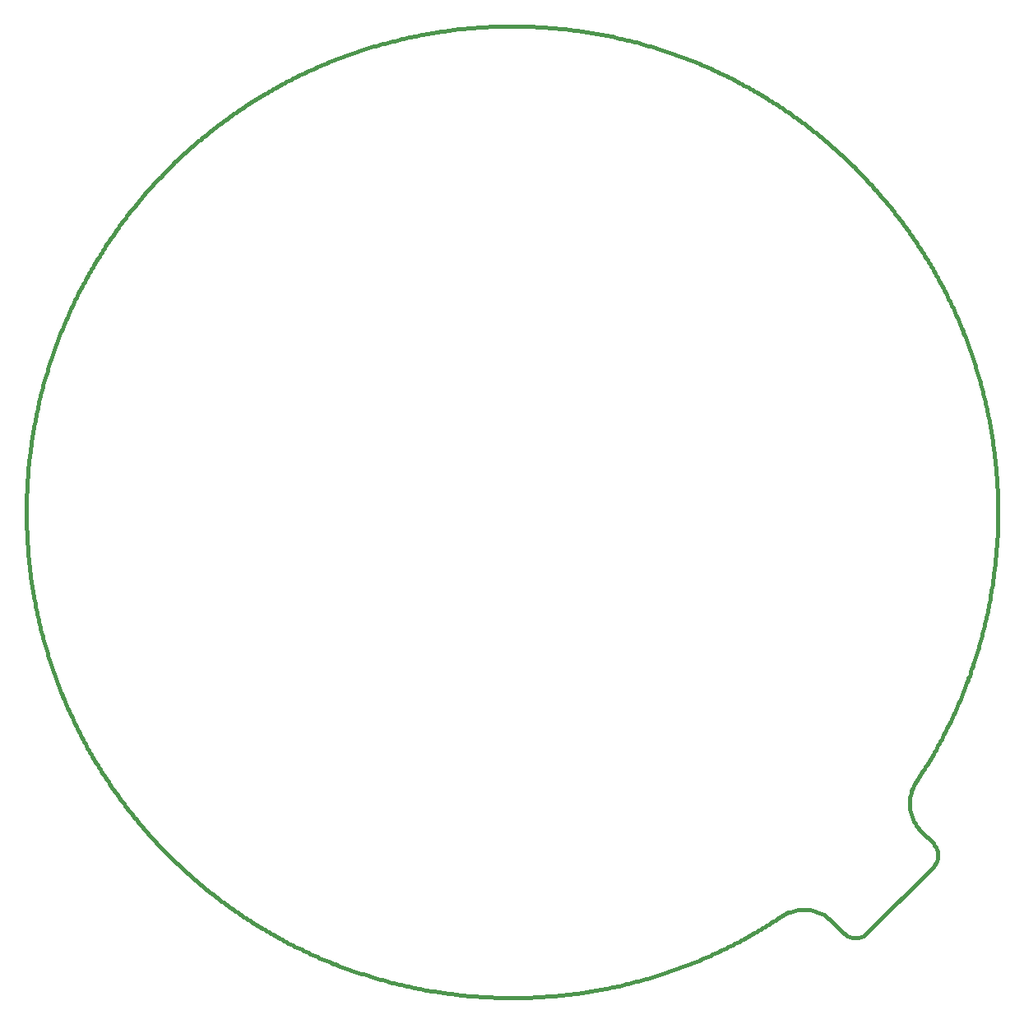
<source format=gm1>
G04*
G04 #@! TF.GenerationSoftware,Altium Limited,Altium Designer,21.9.2 (33)*
G04*
G04 Layer_Color=16711935*
%FSLAX23Y23*%
%MOIN*%
G70*
G04*
G04 #@! TF.SameCoordinates,93BF6BEB-7BBE-4CB3-8882-CC5C7C9C0B20*
G04*
G04*
G04 #@! TF.FilePolarity,Positive*
G04*
G01*
G75*
%ADD15C,0.016*%
D15*
X5653Y1909D02*
X5659Y1917D01*
X5664Y1925D01*
X5670Y1934D01*
X5675Y1942D01*
X5681Y1951D01*
X5686Y1959D01*
X5691Y1967D01*
X5696Y1976D01*
X5702Y1985D01*
X5707Y1993D01*
X5712Y2002D01*
X5717Y2010D01*
X5722Y2019D01*
X5727Y2028D01*
X5732Y2036D01*
X5737Y2045D01*
X5741Y2054D01*
X5746Y2063D01*
X5751Y2071D01*
X5756Y2080D01*
X5760Y2089D01*
X5765Y2098D01*
X5770Y2107D01*
X5774Y2116D01*
X5778Y2125D01*
X5783Y2134D01*
X5787Y2143D01*
X5792Y2152D01*
X5796Y2161D01*
X5800Y2170D01*
X5804Y2179D01*
X5809Y2188D01*
X5813Y2197D01*
X5817Y2206D01*
X5821Y2215D01*
X5825Y2225D01*
X5829Y2234D01*
X5832Y2243D01*
X5836Y2252D01*
X5840Y2262D01*
X5844Y2271D01*
X5847Y2280D01*
X5851Y2289D01*
X5855Y2299D01*
X5858Y2308D01*
X5862Y2318D01*
X5865Y2327D01*
X5869Y2336D01*
X5872Y2346D01*
X5875Y2355D01*
X5878Y2365D01*
X5882Y2374D01*
X5885Y2384D01*
X5888Y2393D01*
X5891Y2403D01*
X5894Y2412D01*
X5897Y2422D01*
X5900Y2431D01*
X5903Y2441D01*
X5906Y2450D01*
X5908Y2460D01*
X5911Y2470D01*
X5914Y2479D01*
X5916Y2489D01*
X5919Y2499D01*
X5921Y2508D01*
X5924Y2518D01*
X5926Y2528D01*
X5929Y2537D01*
X5931Y2547D01*
X5933Y2557D01*
X5936Y2567D01*
X5938Y2576D01*
X5940Y2586D01*
X5942Y2596D01*
X5944Y2606D01*
X5946Y2616D01*
X5948Y2625D01*
X5950Y2635D01*
X5952Y2645D01*
X5953Y2655D01*
X5955Y2665D01*
X5957Y2675D01*
X5958Y2684D01*
X5960Y2694D01*
X5962Y2704D01*
X5963Y2714D01*
X5964Y2724D01*
X5966Y2734D01*
X5967Y2744D01*
X5968Y2754D01*
X5970Y2764D01*
X5971Y2774D01*
X5972Y2784D01*
X5973Y2794D01*
X5974Y2803D01*
X5975Y2813D01*
X5976Y2823D01*
X5977Y2833D01*
X5978Y2843D01*
X5978Y2853D01*
X5979Y2863D01*
X5980Y2873D01*
X5980Y2883D01*
X5981Y2893D01*
X5982Y2903D01*
X5982Y2913D01*
X5982Y2923D01*
X5983Y2933D01*
X5983Y2943D01*
X5983Y2953D01*
X5984Y2963D01*
X5984Y2973D01*
X5984Y2983D01*
X5984Y2993D01*
X5984Y3003D01*
X5984Y3013D01*
X5984Y3023D01*
X5984Y3033D01*
X5984Y3043D01*
X5983Y3053D01*
X5983Y3063D01*
X5983Y3073D01*
X5982Y3083D01*
X5982Y3093D01*
X5981Y3103D01*
X5981Y3113D01*
X5980Y3123D01*
X5980Y3133D01*
X5979Y3143D01*
X5978Y3153D01*
X5977Y3163D01*
X5976Y3173D01*
X5976Y3183D01*
X5975Y3193D01*
X5974Y3203D01*
X5972Y3213D01*
X5971Y3223D01*
X5970Y3233D01*
X5969Y3243D01*
X5968Y3253D01*
X5966Y3262D01*
X5965Y3272D01*
X5964Y3282D01*
X5962Y3292D01*
X5961Y3302D01*
X5959Y3312D01*
X5958Y3322D01*
X5956Y3332D01*
X5954Y3341D01*
X5952Y3351D01*
X5951Y3361D01*
X5949Y3371D01*
X5947Y3381D01*
X5945Y3391D01*
X5943Y3400D01*
X5941Y3410D01*
X5939Y3420D01*
X5937Y3430D01*
X5934Y3440D01*
X5932Y3449D01*
X5930Y3459D01*
X5927Y3469D01*
X5925Y3478D01*
X5923Y3488D01*
X5920Y3498D01*
X5918Y3507D01*
X5915Y3517D01*
X5912Y3527D01*
X5910Y3536D01*
X5907Y3546D01*
X5904Y3556D01*
X5901Y3565D01*
X5898Y3575D01*
X5895Y3584D01*
X5892Y3594D01*
X5889Y3603D01*
X5886Y3613D01*
X5883Y3622D01*
X5880Y3632D01*
X5877Y3641D01*
X5873Y3651D01*
X5870Y3660D01*
X5867Y3670D01*
X5863Y3679D01*
X5860Y3688D01*
X5856Y3698D01*
X5853Y3707D01*
X5849Y3716D01*
X5845Y3726D01*
X5842Y3735D01*
X5838Y3744D01*
X5834Y3754D01*
X5830Y3763D01*
X5826Y3772D01*
X5823Y3781D01*
X5819Y3790D01*
X5814Y3800D01*
X5810Y3809D01*
X5806Y3818D01*
X5802Y3827D01*
X5798Y3836D01*
X5794Y3845D01*
X5789Y3854D01*
X5785Y3863D01*
X5781Y3872D01*
X5776Y3881D01*
X5772Y3890D01*
X5767Y3899D01*
X5762Y3908D01*
X5758Y3917D01*
X5753Y3925D01*
X5748Y3934D01*
X5744Y3943D01*
X5739Y3952D01*
X5734Y3960D01*
X5729Y3969D01*
X5724Y3978D01*
X5719Y3987D01*
X5714Y3995D01*
X5709Y4004D01*
X5704Y4012D01*
X5699Y4021D01*
X5694Y4030D01*
X5688Y4038D01*
X5683Y4047D01*
X5678Y4055D01*
X5672Y4063D01*
X5667Y4072D01*
X5661Y4080D01*
X5656Y4089D01*
X5650Y4097D01*
X5645Y4105D01*
X5639Y4113D01*
X5633Y4122D01*
X5628Y4130D01*
X5622Y4138D01*
X5616Y4146D01*
X5610Y4154D01*
X5604Y4162D01*
X5599Y4170D01*
X5593Y4178D01*
X5587Y4186D01*
X5581Y4194D01*
X5574Y4202D01*
X5568Y4210D01*
X5562Y4218D01*
X5556Y4226D01*
X5550Y4234D01*
X5543Y4242D01*
X5537Y4249D01*
X5531Y4257D01*
X5524Y4265D01*
X5518Y4272D01*
X5511Y4280D01*
X5505Y4288D01*
X5498Y4295D01*
X5492Y4303D01*
X5485Y4310D01*
X5478Y4318D01*
X5472Y4325D01*
X5465Y4332D01*
X5458Y4340D01*
X5451Y4347D01*
X5444Y4354D01*
X5438Y4362D01*
X5431Y4369D01*
X5424Y4376D01*
X5417Y4383D01*
X5410Y4390D01*
X5403Y4397D01*
X5395Y4404D01*
X5388Y4411D01*
X5381Y4418D01*
X5374Y4425D01*
X5367Y4432D01*
X5359Y4439D01*
X5352Y4446D01*
X5345Y4452D01*
X5337Y4459D01*
X5330Y4466D01*
X5322Y4473D01*
X5315Y4479D01*
X5307Y4486D01*
X5300Y4492D01*
X5292Y4499D01*
X5285Y4505D01*
X5277Y4512D01*
X5269Y4518D01*
X5261Y4524D01*
X5254Y4531D01*
X5246Y4537D01*
X5238Y4543D01*
X5230Y4549D01*
X5222Y4556D01*
X5214Y4562D01*
X5206Y4568D01*
X5199Y4574D01*
X5190Y4580D01*
X5182Y4586D01*
X5174Y4592D01*
X5166Y4598D01*
X5158Y4603D01*
X5150Y4609D01*
X5142Y4615D01*
X5134Y4621D01*
X5125Y4626D01*
X5117Y4632D01*
X5109Y4637D01*
X5100Y4643D01*
X5092Y4648D01*
X5084Y4654D01*
X5075Y4659D01*
X5067Y4665D01*
X5058Y4670D01*
X5050Y4675D01*
X5041Y4681D01*
X5033Y4686D01*
X5024Y4691D01*
X5016Y4696D01*
X5007Y4701D01*
X4998Y4706D01*
X4990Y4711D01*
X4981Y4716D01*
X4972Y4721D01*
X4963Y4726D01*
X4955Y4730D01*
X4946Y4735D01*
X4937Y4740D01*
X4928Y4745D01*
X4919Y4749D01*
X4910Y4754D01*
X4902Y4758D01*
X4893Y4763D01*
X4884Y4767D01*
X4875Y4772D01*
X4866Y4776D01*
X4857Y4780D01*
X4848Y4784D01*
X4838Y4789D01*
X4829Y4793D01*
X4820Y4797D01*
X4811Y4801D01*
X4802Y4805D01*
X4793Y4809D01*
X4784Y4813D01*
X4774Y4817D01*
X4765Y4821D01*
X4756Y4824D01*
X4747Y4828D01*
X4737Y4832D01*
X4728Y4836D01*
X4719Y4839D01*
X4709Y4843D01*
X4700Y4846D01*
X4691Y4850D01*
X4681Y4853D01*
X4672Y4856D01*
X4662Y4860D01*
X4653Y4863D01*
X4643Y4866D01*
X4634Y4869D01*
X4624Y4872D01*
X4615Y4876D01*
X4605Y4879D01*
X4596Y4882D01*
X4586Y4884D01*
X4577Y4887D01*
X4567Y4890D01*
X4557Y4893D01*
X4548Y4896D01*
X4538Y4898D01*
X4529Y4901D01*
X4519Y4904D01*
X4509Y4906D01*
X4499Y4909D01*
X4490Y4911D01*
X4480Y4913D01*
X4470Y4916D01*
X4461Y4918D01*
X4451Y4920D01*
X4441Y4922D01*
X4431Y4925D01*
X4422Y4927D01*
X4412Y4929D01*
X4402Y4931D01*
X4392Y4933D01*
X4382Y4934D01*
X4372Y4936D01*
X4363Y4938D01*
X4353Y4940D01*
X4343Y4942D01*
X4333Y4943D01*
X4323Y4945D01*
X4313Y4946D01*
X4303Y4948D01*
X4294Y4949D01*
X4284Y4951D01*
X4274Y4952D01*
X4264Y4953D01*
X4254Y4954D01*
X4244Y4956D01*
X4234Y4957D01*
X4224Y4958D01*
X4214Y4959D01*
X4204Y4960D01*
X4194Y4961D01*
X4184Y4962D01*
X4174Y4963D01*
X4164Y4963D01*
X4154Y4964D01*
X4144Y4965D01*
X4134Y4965D01*
X4124Y4966D01*
X4114Y4966D01*
X4104Y4967D01*
X4094Y4967D01*
X4084Y4968D01*
X4074Y4968D01*
X4064Y4968D01*
X4054Y4969D01*
X4044Y4969D01*
X4034Y4969D01*
X4024Y4969D01*
X4014Y4969D01*
X4004Y4969D01*
X3994Y4969D01*
X3984Y4969D01*
X3974Y4969D01*
X3964Y4968D01*
X3954Y4968D01*
X3944Y4968D01*
X3934Y4967D01*
X3924Y4967D01*
X3914Y4966D01*
X3904Y4966D01*
X3894Y4965D01*
X3885Y4965D01*
X3875Y4964D01*
X3865Y4963D01*
X3855Y4962D01*
X3845Y4962D01*
X3835Y4961D01*
X3825Y4960D01*
X3815Y4959D01*
X3805Y4958D01*
X3795Y4957D01*
X3785Y4955D01*
X3775Y4954D01*
X3765Y4953D01*
X3755Y4952D01*
X3745Y4950D01*
X3735Y4949D01*
X3725Y4947D01*
X3716Y4946D01*
X3706Y4944D01*
X3696Y4943D01*
X3686Y4941D01*
X3676Y4939D01*
X3666Y4938D01*
X3656Y4936D01*
X3647Y4934D01*
X3637Y4932D01*
X3627Y4930D01*
X3617Y4928D01*
X3607Y4926D01*
X3598Y4924D01*
X3588Y4922D01*
X3578Y4920D01*
X3568Y4918D01*
X3559Y4915D01*
X3549Y4913D01*
X3539Y4910D01*
X3529Y4908D01*
X3520Y4906D01*
X3510Y4903D01*
X3500Y4900D01*
X3491Y4898D01*
X3481Y4895D01*
X3472Y4892D01*
X3462Y4890D01*
X3452Y4887D01*
X3443Y4884D01*
X3433Y4881D01*
X3424Y4878D01*
X3414Y4875D01*
X3405Y4872D01*
X3395Y4869D01*
X3386Y4865D01*
X3376Y4862D01*
X3367Y4859D01*
X3357Y4856D01*
X3348Y4852D01*
X3338Y4849D01*
X3329Y4845D01*
X3320Y4842D01*
X3310Y4838D01*
X3301Y4835D01*
X3292Y4831D01*
X3282Y4827D01*
X3273Y4824D01*
X3264Y4820D01*
X3255Y4816D01*
X3245Y4812D01*
X3236Y4808D01*
X3227Y4804D01*
X3218Y4800D01*
X3209Y4796D01*
X3200Y4792D01*
X3191Y4788D01*
X3182Y4784D01*
X3172Y4779D01*
X3163Y4775D01*
X3154Y4771D01*
X3145Y4766D01*
X3136Y4762D01*
X3128Y4757D01*
X3119Y4753D01*
X3110Y4748D01*
X3101Y4744D01*
X3092Y4739D01*
X3083Y4734D01*
X3074Y4729D01*
X3066Y4725D01*
X3057Y4720D01*
X3048Y4715D01*
X3039Y4710D01*
X3031Y4705D01*
X3022Y4700D01*
X3014Y4695D01*
X3005Y4690D01*
X2996Y4685D01*
X2988Y4679D01*
X2979Y4674D01*
X2971Y4669D01*
X2962Y4664D01*
X2954Y4658D01*
X2945Y4653D01*
X2937Y4647D01*
X2929Y4642D01*
X2920Y4636D01*
X2912Y4631D01*
X2904Y4625D01*
X2896Y4619D01*
X2887Y4614D01*
X2879Y4608D01*
X2871Y4602D01*
X2863Y4596D01*
X2855Y4590D01*
X2847Y4585D01*
X2839Y4579D01*
X2831Y4573D01*
X2823Y4567D01*
X2815Y4560D01*
X2807Y4554D01*
X2799Y4548D01*
X2791Y4542D01*
X2783Y4536D01*
X2776Y4529D01*
X2768Y4523D01*
X2760Y4517D01*
X2752Y4510D01*
X2745Y4504D01*
X2737Y4497D01*
X2730Y4491D01*
X2722Y4484D01*
X2715Y4478D01*
X2707Y4471D01*
X2700Y4465D01*
X2692Y4458D01*
X2685Y4451D01*
X2677Y4444D01*
X2670Y4437D01*
X2663Y4431D01*
X2656Y4424D01*
X2648Y4417D01*
X2641Y4410D01*
X2634Y4403D01*
X2627Y4396D01*
X2620Y4389D01*
X2613Y4382D01*
X2606Y4374D01*
X2599Y4367D01*
X2592Y4360D01*
X2585Y4353D01*
X2578Y4346D01*
X2571Y4338D01*
X2565Y4331D01*
X2558Y4323D01*
X2551Y4316D01*
X2544Y4309D01*
X2538Y4301D01*
X2531Y4294D01*
X2525Y4286D01*
X2518Y4278D01*
X2512Y4271D01*
X2505Y4263D01*
X2499Y4255D01*
X2493Y4248D01*
X2486Y4240D01*
X2480Y4232D01*
X2474Y4224D01*
X2467Y4217D01*
X2461Y4209D01*
X2455Y4201D01*
X2449Y4193D01*
X2443Y4185D01*
X2437Y4177D01*
X2431Y4169D01*
X2425Y4161D01*
X2419Y4153D01*
X2414Y4144D01*
X2408Y4136D01*
X2402Y4128D01*
X2396Y4120D01*
X2391Y4112D01*
X2385Y4103D01*
X2379Y4095D01*
X2374Y4087D01*
X2368Y4078D01*
X2363Y4070D01*
X2357Y4062D01*
X2352Y4053D01*
X2347Y4045D01*
X2342Y4036D01*
X2336Y4028D01*
X2331Y4019D01*
X2326Y4011D01*
X2321Y4002D01*
X2316Y3993D01*
X2311Y3985D01*
X2306Y3976D01*
X2301Y3967D01*
X2296Y3959D01*
X2291Y3950D01*
X2286Y3941D01*
X2282Y3932D01*
X2277Y3924D01*
X2272Y3915D01*
X2268Y3906D01*
X2263Y3897D01*
X2258Y3888D01*
X2254Y3879D01*
X2249Y3870D01*
X2245Y3861D01*
X2241Y3852D01*
X2236Y3843D01*
X2232Y3834D01*
X2228Y3825D01*
X2224Y3816D01*
X2220Y3807D01*
X2216Y3798D01*
X2212Y3788D01*
X2208Y3779D01*
X2204Y3770D01*
X2200Y3761D01*
X2196Y3752D01*
X2192Y3742D01*
X2188Y3733D01*
X2185Y3724D01*
X2181Y3715D01*
X2177Y3705D01*
X2174Y3696D01*
X2170Y3686D01*
X2167Y3677D01*
X2164Y3668D01*
X2160Y3658D01*
X2157Y3649D01*
X2154Y3639D01*
X2150Y3630D01*
X2147Y3620D01*
X2144Y3611D01*
X2141Y3601D01*
X2138Y3592D01*
X2135Y3582D01*
X2132Y3573D01*
X2129Y3563D01*
X2126Y3554D01*
X2124Y3544D01*
X2121Y3534D01*
X2118Y3525D01*
X2115Y3515D01*
X2113Y3505D01*
X2110Y3496D01*
X2108Y3486D01*
X2105Y3476D01*
X2103Y3467D01*
X2101Y3457D01*
X2098Y3447D01*
X2096Y3438D01*
X2094Y3428D01*
X2092Y3418D01*
X2090Y3408D01*
X2088Y3398D01*
X2086Y3389D01*
X2084Y3379D01*
X2082Y3369D01*
X2080Y3359D01*
X2078Y3349D01*
X2076Y3339D01*
X2075Y3330D01*
X2073Y3320D01*
X2071Y3310D01*
X2070Y3300D01*
X2068Y3290D01*
X2067Y3280D01*
X2066Y3270D01*
X2064Y3260D01*
X2063Y3251D01*
X2062Y3241D01*
X2060Y3231D01*
X2059Y3221D01*
X2058Y3211D01*
X2057Y3201D01*
X2056Y3191D01*
X2055Y3181D01*
X2054Y3171D01*
X2054Y3161D01*
X2053Y3151D01*
X2052Y3141D01*
X2051Y3131D01*
X2051Y3121D01*
X2050Y3111D01*
X2050Y3101D01*
X2049Y3091D01*
X2049Y3081D01*
X2048Y3071D01*
X2048Y3061D01*
X2048Y3051D01*
X2047Y3041D01*
X2047Y3031D01*
X2047Y3021D01*
X2047Y3011D01*
X2047Y3001D01*
X2047Y2991D01*
X2047Y2981D01*
X2047Y2971D01*
X2047Y2961D01*
X2048Y2951D01*
X2048Y2941D01*
X2048Y2931D01*
X2049Y2921D01*
X2049Y2911D01*
X2049Y2901D01*
X2050Y2891D01*
X2051Y2881D01*
X2051Y2871D01*
X2052Y2861D01*
X2053Y2851D01*
X2053Y2841D01*
X2054Y2831D01*
X2055Y2821D01*
X2056Y2811D01*
X2057Y2802D01*
X2058Y2792D01*
X2059Y2782D01*
X2060Y2772D01*
X2061Y2762D01*
X2063Y2752D01*
X2064Y2742D01*
X2065Y2732D01*
X2067Y2722D01*
X2068Y2712D01*
X2070Y2702D01*
X2071Y2692D01*
X2073Y2683D01*
X2074Y2673D01*
X2076Y2663D01*
X2078Y2653D01*
X2080Y2643D01*
X2082Y2633D01*
X2083Y2623D01*
X2085Y2614D01*
X2087Y2604D01*
X2089Y2594D01*
X2091Y2584D01*
X2094Y2575D01*
X2096Y2565D01*
X2098Y2555D01*
X2100Y2545D01*
X2103Y2536D01*
X2105Y2526D01*
X2107Y2516D01*
X2110Y2506D01*
X2112Y2497D01*
X2115Y2487D01*
X2118Y2478D01*
X2120Y2468D01*
X2123Y2458D01*
X2126Y2449D01*
X2129Y2439D01*
X2132Y2429D01*
X2135Y2420D01*
X2138Y2410D01*
X2141Y2401D01*
X2144Y2391D01*
X2147Y2382D01*
X2150Y2372D01*
X2153Y2363D01*
X2156Y2353D01*
X2160Y2344D01*
X2163Y2335D01*
X2166Y2325D01*
X2170Y2316D01*
X2173Y2306D01*
X2177Y2297D01*
X2181Y2288D01*
X2184Y2278D01*
X2188Y2269D01*
X2192Y2260D01*
X2195Y2251D01*
X2199Y2241D01*
X2203Y2232D01*
X2207Y2223D01*
X2211Y2214D01*
X2215Y2205D01*
X2219Y2195D01*
X2223Y2186D01*
X2227Y2177D01*
X2232Y2168D01*
X2236Y2159D01*
X2240Y2150D01*
X2244Y2141D01*
X2249Y2132D01*
X2253Y2123D01*
X2258Y2114D01*
X2262Y2105D01*
X2267Y2096D01*
X2271Y2087D01*
X2276Y2079D01*
X2281Y2070D01*
X2286Y2061D01*
X2290Y2052D01*
X2295Y2043D01*
X2300Y2035D01*
X2305Y2026D01*
X2310Y2017D01*
X2315Y2009D01*
X2320Y2000D01*
X2325Y1992D01*
X2330Y1983D01*
X2336Y1974D01*
X2341Y1966D01*
X2346Y1957D01*
X2351Y1949D01*
X2357Y1940D01*
X2362Y1932D01*
X2368Y1924D01*
X2373Y1915D01*
X2379Y1907D01*
X2384Y1899D01*
X2390Y1890D01*
X2395Y1882D01*
X2401Y1874D01*
X2407Y1866D01*
X2413Y1858D01*
X2419Y1849D01*
X2424Y1841D01*
X2430Y1833D01*
X2436Y1825D01*
X2442Y1817D01*
X2448Y1809D01*
X2454Y1801D01*
X2460Y1793D01*
X2467Y1786D01*
X2473Y1778D01*
X2479Y1770D01*
X2485Y1762D01*
X2492Y1754D01*
X2498Y1747D01*
X2504Y1739D01*
X2511Y1731D01*
X2517Y1724D01*
X2524Y1716D01*
X2530Y1708D01*
X2537Y1701D01*
X2544Y1693D01*
X2550Y1686D01*
X2557Y1679D01*
X2564Y1671D01*
X2570Y1664D01*
X2577Y1656D01*
X2584Y1649D01*
X2591Y1642D01*
X2598Y1635D01*
X2605Y1628D01*
X2612Y1620D01*
X2619Y1613D01*
X2626Y1606D01*
X2633Y1599D01*
X2640Y1592D01*
X2647Y1585D01*
X2654Y1578D01*
X2662Y1571D01*
X2669Y1564D01*
X2676Y1558D01*
X2684Y1551D01*
X2691Y1544D01*
X2698Y1537D01*
X2706Y1531D01*
X2713Y1524D01*
X2721Y1518D01*
X2728Y1511D01*
X2736Y1504D01*
X2744Y1498D01*
X2751Y1492D01*
X2759Y1485D01*
X2767Y1479D01*
X2774Y1472D01*
X2782Y1466D01*
X2790Y1460D01*
X2798Y1454D01*
X2806Y1448D01*
X2814Y1441D01*
X2822Y1435D01*
X2830Y1429D01*
X2838Y1423D01*
X2846Y1417D01*
X2854Y1411D01*
X2862Y1406D01*
X2870Y1400D01*
X2878Y1394D01*
X2886Y1388D01*
X2894Y1382D01*
X2903Y1377D01*
X2911Y1371D01*
X2919Y1365D01*
X2928Y1360D01*
X2936Y1354D01*
X2944Y1349D01*
X2953Y1344D01*
X2961Y1338D01*
X2970Y1333D01*
X2978Y1328D01*
X2987Y1322D01*
X2995Y1317D01*
X3004Y1312D01*
X3012Y1307D01*
X3021Y1302D01*
X3029Y1297D01*
X3038Y1292D01*
X3047Y1287D01*
X3056Y1282D01*
X3064Y1277D01*
X3073Y1272D01*
X3082Y1267D01*
X3091Y1263D01*
X3100Y1258D01*
X3108Y1253D01*
X3117Y1249D01*
X3126Y1244D01*
X3135Y1240D01*
X3144Y1235D01*
X3153Y1231D01*
X3162Y1227D01*
X3171Y1222D01*
X3180Y1218D01*
X3189Y1214D01*
X3198Y1210D01*
X3207Y1205D01*
X3217Y1201D01*
X3226Y1197D01*
X3235Y1193D01*
X3244Y1189D01*
X3253Y1186D01*
X3262Y1182D01*
X3272Y1178D01*
X3281Y1174D01*
X3290Y1170D01*
X3300Y1167D01*
X3309Y1163D01*
X3318Y1160D01*
X3328Y1156D01*
X3337Y1153D01*
X3346Y1149D01*
X3356Y1146D01*
X3365Y1142D01*
X3375Y1139D01*
X3384Y1136D01*
X3394Y1133D01*
X3403Y1130D01*
X3413Y1127D01*
X3422Y1124D01*
X3432Y1121D01*
X3441Y1118D01*
X3451Y1115D01*
X3460Y1112D01*
X3470Y1109D01*
X3480Y1106D01*
X3489Y1104D01*
X3499Y1101D01*
X3509Y1098D01*
X3518Y1096D01*
X3528Y1093D01*
X3538Y1091D01*
X3547Y1088D01*
X3557Y1086D01*
X3567Y1084D01*
X3577Y1082D01*
X3586Y1079D01*
X3596Y1077D01*
X3606Y1075D01*
X3616Y1073D01*
X3625Y1071D01*
X3635Y1069D01*
X3645Y1067D01*
X3655Y1065D01*
X3665Y1063D01*
X3675Y1062D01*
X3684Y1060D01*
X3694Y1058D01*
X3704Y1057D01*
X3714Y1055D01*
X3724Y1054D01*
X3734Y1052D01*
X3744Y1051D01*
X3754Y1049D01*
X3763Y1048D01*
X3773Y1047D01*
X3783Y1046D01*
X3793Y1045D01*
X3803Y1043D01*
X3813Y1042D01*
X3823Y1041D01*
X3833Y1040D01*
X3843Y1040D01*
X3853Y1039D01*
X3863Y1038D01*
X3873Y1037D01*
X3883Y1036D01*
X3893Y1036D01*
X3903Y1035D01*
X3913Y1035D01*
X3923Y1034D01*
X3933Y1034D01*
X3943Y1033D01*
X3953Y1033D01*
X3963Y1033D01*
X3973Y1032D01*
X3983Y1032D01*
X3993Y1032D01*
X4003Y1032D01*
X4013Y1032D01*
X4023Y1032D01*
X4033Y1032D01*
X4043Y1032D01*
X4053Y1032D01*
X4063Y1033D01*
X4073Y1033D01*
X4083Y1033D01*
X4093Y1033D01*
X4103Y1034D01*
X4113Y1034D01*
X4123Y1035D01*
X4133Y1035D01*
X4143Y1036D01*
X4153Y1037D01*
X4163Y1037D01*
X4173Y1038D01*
X4183Y1039D01*
X4193Y1040D01*
X4203Y1041D01*
X4212Y1042D01*
X4222Y1043D01*
X4232Y1044D01*
X4242Y1045D01*
X4252Y1046D01*
X4262Y1047D01*
X4272Y1049D01*
X4282Y1050D01*
X4292Y1051D01*
X4302Y1053D01*
X4312Y1054D01*
X4322Y1056D01*
X4331Y1057D01*
X4341Y1059D01*
X4351Y1061D01*
X4361Y1063D01*
X4371Y1064D01*
X4381Y1066D01*
X4391Y1068D01*
X4400Y1070D01*
X4410Y1072D01*
X4420Y1074D01*
X4430Y1076D01*
X4439Y1078D01*
X4449Y1080D01*
X4459Y1083D01*
X4469Y1085D01*
X4478Y1087D01*
X4488Y1090D01*
X4498Y1092D01*
X4508Y1094D01*
X4517Y1097D01*
X4527Y1100D01*
X4537Y1102D01*
X4546Y1105D01*
X4556Y1108D01*
X4565Y1110D01*
X4575Y1113D01*
X4585Y1116D01*
X4594Y1119D01*
X4604Y1122D01*
X4613Y1125D01*
X4623Y1128D01*
X4632Y1131D01*
X4642Y1134D01*
X4651Y1137D01*
X4661Y1141D01*
X4670Y1144D01*
X4680Y1147D01*
X4689Y1151D01*
X4698Y1154D01*
X4708Y1158D01*
X4717Y1161D01*
X4726Y1165D01*
X4736Y1168D01*
X4745Y1172D01*
X4754Y1176D01*
X4764Y1180D01*
X4773Y1183D01*
X4782Y1187D01*
X4791Y1191D01*
X4800Y1195D01*
X4810Y1199D01*
X4819Y1203D01*
X4828Y1207D01*
X4837Y1212D01*
X4846Y1216D01*
X4855Y1220D01*
X4864Y1224D01*
X4873Y1229D01*
X4882Y1233D01*
X4891Y1237D01*
X4900Y1242D01*
X4909Y1246D01*
X4918Y1251D01*
X4927Y1256D01*
X4936Y1260D01*
X4944Y1265D01*
X4953Y1270D01*
X4962Y1274D01*
X4971Y1279D01*
X4979Y1284D01*
X4988Y1289D01*
X4997Y1294D01*
X5006Y1299D01*
X5014Y1304D01*
X5023Y1309D01*
X5031Y1314D01*
X5040Y1320D01*
X5048Y1325D01*
X5057Y1330D01*
X5065Y1335D01*
X5074Y1341D01*
X5082Y1346D01*
X5091Y1352D01*
X5099Y1357D01*
X5107Y1363D01*
X5107Y1363D01*
X5310Y1342D02*
X5303Y1349D01*
X5295Y1356D01*
X5287Y1362D01*
X5279Y1367D01*
X5270Y1372D01*
X5261Y1376D01*
X5251Y1380D01*
X5242Y1383D01*
X5232Y1386D01*
X5222Y1387D01*
X5212Y1389D01*
X5202Y1389D01*
X5192Y1390D01*
X5182Y1389D01*
X5172Y1388D01*
X5163Y1386D01*
X5153Y1383D01*
X5143Y1380D01*
X5134Y1377D01*
X5125Y1373D01*
X5116Y1368D01*
X5107Y1363D01*
X5358Y1294D02*
X5366Y1288D01*
X5374Y1283D01*
X5383Y1279D01*
X5392Y1276D01*
X5402Y1275D01*
X5411D01*
X5421Y1276D01*
X5430Y1279D01*
X5439Y1283D01*
X5447Y1288D01*
X5455Y1294D01*
X5653Y1909D02*
X5648Y1900D01*
X5643Y1891D01*
X5639Y1882D01*
X5635Y1873D01*
X5632Y1863D01*
X5630Y1853D01*
X5628Y1844D01*
X5627Y1834D01*
X5626Y1824D01*
X5626Y1814D01*
X5627Y1804D01*
X5628Y1794D01*
X5630Y1784D01*
X5633Y1774D01*
X5636Y1764D01*
X5640Y1755D01*
X5644Y1746D01*
X5649Y1737D01*
X5654Y1729D01*
X5660Y1721D01*
X5667Y1713D01*
X5673Y1706D01*
X5722Y1561D02*
X5728Y1569D01*
X5733Y1577D01*
X5737Y1586D01*
X5740Y1595D01*
X5741Y1604D01*
Y1614D01*
X5740Y1624D01*
X5737Y1633D01*
X5733Y1642D01*
X5728Y1650D01*
X5722Y1658D01*
X5310Y1342D02*
X5358Y1294D01*
X5455D02*
X5722Y1561D01*
X5673Y1706D02*
X5722Y1658D01*
M02*

</source>
